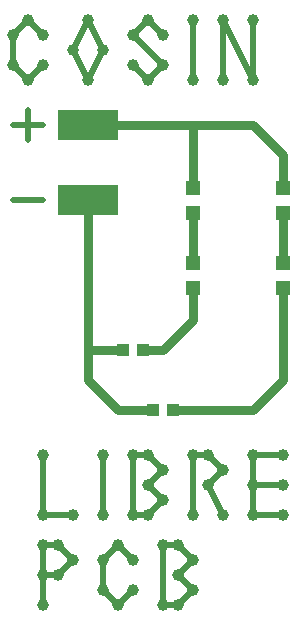
<source format=gbr>
G04 --- HEADER BEGIN --- *
%TF.GenerationSoftware,LibrePCB,LibrePCB,0.1*%
%TF.CreationDate,2016-06-12T03:42:08*%
%TF.ProjectId,Awesome LED Art,2aac30d5ff2b449da89c0cebc41db994,Default*%
%TF.Part,Single*%
%FSLAX66Y66*%
%MOMM*%
G01*
G74*
G04 --- HEADER END --- *
G04 --- APERTURE LIST BEGIN --- *
%ADD10R,1.200000X1.200000*%
%ADD11R,5.080000X2.540000*%
%ADD12R,1.000000X1.100000*%
%ADD13C,1.000000*%
%ADD14C,0.500000*%
%ADD15C,0.800000*%
G04 --- APERTURE LIST END --- *
G04 --- BOARD BEGIN --- *
D10*
X-7620000Y3590000D03*
X-7620000Y1490000D03*
D11*
X-16510000Y8890000D03*
D10*
X0Y9940000D03*
X0Y7840000D03*
D11*
X-16510000Y15240000D03*
D12*
X-11010000Y-8890000D03*
X-9310000Y-8890000D03*
D10*
X-7620000Y9940000D03*
X-7620000Y7840000D03*
X0Y3590000D03*
X0Y1490000D03*
D12*
X-13550000Y-3810000D03*
X-11850000Y-3810000D03*
D13*
X-20320000Y-17780000D03*
X-20320000Y-12700000D03*
X-17780000Y-17780000D03*
X-15240000Y-17780000D03*
X-15240000Y-12700000D03*
X-12700000Y-12700000D03*
X-12700000Y-17780000D03*
X-11430000Y-17780000D03*
X-10160000Y-16510000D03*
X-11430000Y-15240000D03*
X-10160000Y-13970000D03*
X-11430000Y-12700000D03*
X-7620000Y-12700000D03*
X-7620000Y-17780000D03*
X-6350000Y-15240000D03*
X-5080000Y-13970000D03*
X-6350000Y-12700000D03*
X-5080000Y-17780000D03*
X-2540000Y-17780000D03*
X-2540000Y-12700000D03*
X0Y-12700000D03*
X0Y-15240000D03*
X0Y-17780000D03*
X-2540000Y-15240000D03*
X-15240000Y-21590000D03*
X-15240000Y-24130000D03*
X-13970000Y-25400000D03*
X-13970000Y-20320000D03*
X-12700000Y-21590000D03*
X-12700000Y-24130000D03*
X-20320000Y-20320000D03*
X-20320000Y-25400000D03*
X-19050000Y-20320000D03*
X-17780000Y-21590000D03*
X-19050000Y-22860000D03*
X-10160000Y-20320000D03*
X-10160000Y-25400000D03*
X-8890000Y-25400000D03*
X-7620000Y-24130000D03*
X-8890000Y-22860000D03*
X-7620000Y-21590000D03*
X-8890000Y-20320000D03*
X-20320000Y-22860000D03*
D14*
X-21590000Y16510000D03*
X-21590000Y13970000D03*
X-20320000Y15240000D03*
X-22860000Y15240000D03*
X-20320000Y8890000D03*
X-22860000Y8890000D03*
D13*
X-21590000Y19050000D03*
X-22860000Y20320000D03*
X-20320000Y20320000D03*
X-22860000Y22860000D03*
X-21590000Y24130000D03*
X-20320000Y22860000D03*
X-17780000Y21590000D03*
X-16510000Y19050000D03*
X-16510000Y24130000D03*
X-15240000Y21590000D03*
X-12700000Y20320000D03*
X-11430000Y19050000D03*
X-10160000Y20320000D03*
X-12700000Y22860000D03*
X-11430000Y24130000D03*
X-10160000Y22860000D03*
X-7620000Y24130000D03*
X-7620000Y19050000D03*
X-5080000Y19050000D03*
X-5080000Y24130000D03*
X-2540000Y19050000D03*
X-2540000Y24130000D03*
D15*
X0Y7840000D02*
X0Y3590000D01*
X-7620000Y7840000D02*
X-7620000Y3590000D01*
X-16510000Y15240000D02*
X-7620000Y15240000D01*
X-7620000Y15240000D02*
X-7620000Y9940000D01*
X-7620000Y15240000D02*
X-2540000Y15240000D01*
X-2540000Y15240000D02*
X0Y12700000D01*
X0Y9940000D02*
X0Y12700000D01*
X0Y1490000D02*
X0Y-1270000D01*
X0Y-1270000D02*
X0Y-6350000D01*
X0Y-6350000D02*
X-2540000Y-8890000D01*
X-9310000Y-8890000D02*
X-2540000Y-8890000D01*
X-11010000Y-8890000D02*
X-13970000Y-8890000D01*
X-13970000Y-8890000D02*
X-16510000Y-6350000D01*
X-16510000Y-3810000D02*
X-13550000Y-3810000D01*
X-16510000Y-3810000D02*
X-16510000Y-6350000D01*
X-16510000Y8890000D02*
X-16510000Y-3810000D01*
X-7620000Y1490000D02*
X-7620000Y-1270000D01*
X-7620000Y-1270000D02*
X-10160000Y-3810000D01*
X-11850000Y-3810000D02*
X-10160000Y-3810000D01*
D14*
X-20320000Y-17780000D02*
X-17780000Y-17780000D01*
X-20320000Y-17780000D02*
X-20320000Y-12700000D01*
X-15240000Y-12700000D02*
X-15240000Y-17780000D01*
X-12700000Y-17780000D02*
X-11430000Y-17780000D01*
X-11430000Y-17780000D02*
X-10160000Y-16510000D01*
X-10160000Y-16510000D02*
X-11430000Y-15240000D01*
X-11430000Y-12700000D02*
X-10160000Y-13970000D01*
X-10160000Y-13970000D02*
X-11430000Y-15240000D01*
X-12700000Y-12700000D02*
X-11430000Y-12700000D01*
X-12700000Y-12700000D02*
X-12700000Y-17780000D01*
X-7620000Y-17780000D02*
X-7620000Y-12700000D01*
X-5080000Y-13970000D02*
X-6350000Y-12700000D01*
X-6350000Y-12700000D02*
X-7620000Y-12700000D01*
X-5080000Y-13970000D02*
X-6350000Y-15240000D01*
X-6350000Y-15240000D02*
X-5080000Y-17780000D01*
X-2540000Y-12700000D02*
X0Y-12700000D01*
X-2540000Y-15240000D02*
X0Y-15240000D01*
X-2540000Y-15240000D02*
X-2540000Y-17780000D01*
X-2540000Y-15240000D02*
X-2540000Y-12700000D01*
X0Y-17780000D02*
X-2540000Y-17780000D01*
X-15240000Y-21590000D02*
X-13970000Y-20320000D01*
X-13970000Y-20320000D02*
X-12700000Y-21590000D01*
X-15240000Y-24130000D02*
X-15240000Y-21590000D01*
X-15240000Y-24130000D02*
X-13970000Y-25400000D01*
X-13970000Y-25400000D02*
X-12700000Y-24130000D01*
X-19050000Y-20320000D02*
X-20320000Y-20320000D01*
X-19050000Y-20320000D02*
X-17780000Y-21590000D01*
X-17780000Y-21590000D02*
X-19050000Y-22860000D01*
X-7620000Y-21590000D02*
X-8890000Y-20320000D01*
X-8890000Y-22860000D02*
X-7620000Y-21590000D01*
X-7620000Y-24130000D02*
X-8890000Y-22860000D01*
X-8890000Y-25400000D02*
X-10160000Y-25400000D01*
X-8890000Y-25400000D02*
X-7620000Y-24130000D01*
X-10160000Y-20320000D02*
X-10160000Y-25400000D01*
X-10160000Y-20320000D02*
X-8890000Y-20320000D01*
X-20320000Y-22860000D02*
X-19050000Y-22860000D01*
X-20320000Y-22860000D02*
X-20320000Y-20320000D01*
X-20320000Y-22860000D02*
X-20320000Y-25400000D01*
X-20320000Y15240000D02*
X-22860000Y15240000D01*
X-21590000Y16510000D02*
X-21590000Y13970000D01*
X-20320000Y8890000D02*
X-22860000Y8890000D01*
X-20320000Y22860000D02*
X-21590000Y24130000D01*
X-22860000Y20320000D02*
X-22860000Y22860000D01*
X-22860000Y22860000D02*
X-21590000Y24130000D01*
X-20320000Y20320000D02*
X-21590000Y19050000D01*
X-21590000Y19050000D02*
X-22860000Y20320000D01*
X-17780000Y21590000D02*
X-16510000Y24130000D01*
X-16510000Y19050000D02*
X-17780000Y21590000D01*
X-16510000Y19050000D02*
X-15240000Y21590000D01*
X-15240000Y21590000D02*
X-16510000Y24130000D01*
X-12700000Y20320000D02*
X-11430000Y19050000D01*
X-11430000Y19050000D02*
X-10160000Y20320000D01*
X-10160000Y20320000D02*
X-12700000Y22860000D01*
X-10160000Y22860000D02*
X-11430000Y24130000D01*
X-11430000Y24130000D02*
X-12700000Y22860000D01*
X-7620000Y24130000D02*
X-7620000Y19050000D01*
X-5080000Y19050000D02*
X-5080000Y24130000D01*
X-5080000Y24130000D02*
X-2540000Y19050000D01*
X-2540000Y19050000D02*
X-2540000Y24130000D01*
G04 --- BOARD END --- *
%TF.MD5,034d954a3a51216819fc7e55868d7953*%
M02*

</source>
